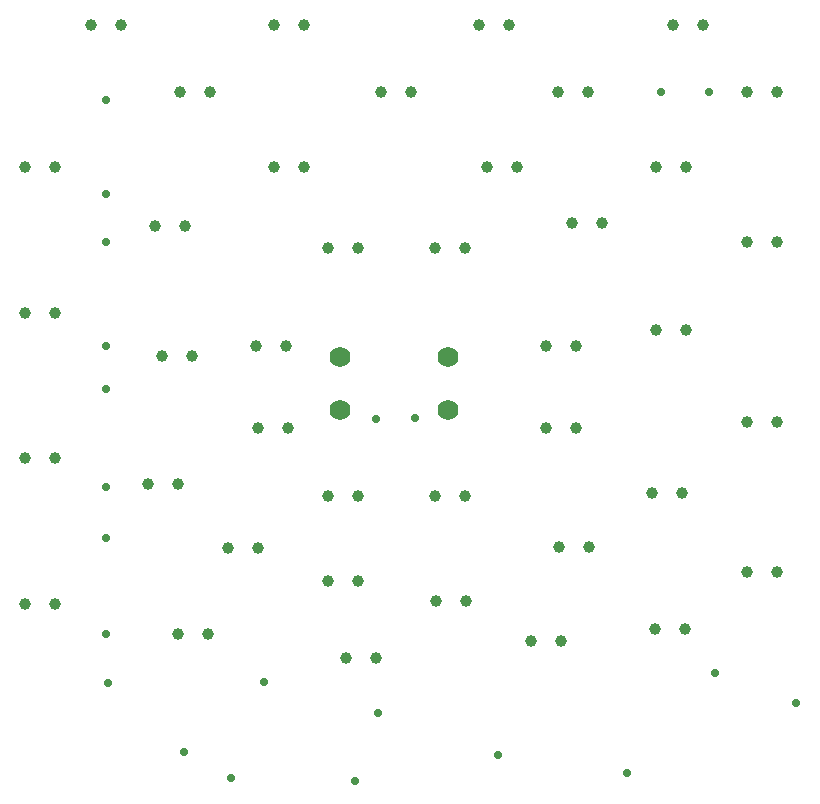
<source format=gbr>
%TF.GenerationSoftware,Altium Limited,Altium Designer,19.0.10 (269)*%
G04 Layer_Color=0*
%FSLAX26Y26*%
%MOIN*%
%TF.FileFunction,Plated,1,2,PTH,Drill*%
%TF.Part,Single*%
G01*
G75*
%TA.AperFunction,ComponentDrill*%
%ADD42C,0.038583*%
%ADD43C,0.069291*%
%TA.AperFunction,ViaDrill,NotFilled*%
%ADD44C,0.028000*%
D42*
X1157598Y1830000D02*
D03*
X1257598D02*
D03*
X2310000Y2575000D02*
D03*
X2410000D02*
D03*
X1663333D02*
D03*
X1763333D02*
D03*
X980000D02*
D03*
X1080000D02*
D03*
X1885000Y1505000D02*
D03*
X1985000D02*
D03*
X1885000Y1230000D02*
D03*
X1985000D02*
D03*
X1157598Y720000D02*
D03*
X1257598D02*
D03*
X1220000Y465000D02*
D03*
X1320000D02*
D03*
X925000Y1230000D02*
D03*
X1025000D02*
D03*
X920000Y1505000D02*
D03*
X1020000D02*
D03*
X765000Y2350000D02*
D03*
X665000D02*
D03*
X470000Y2575000D02*
D03*
X370000D02*
D03*
X2025000Y2350000D02*
D03*
X1925000D02*
D03*
X2655000D02*
D03*
X2555000D02*
D03*
X1435000D02*
D03*
X1335000D02*
D03*
X2071667Y1915000D02*
D03*
X1971667D02*
D03*
X1615000Y1830000D02*
D03*
X1515000D02*
D03*
X680833Y1905000D02*
D03*
X580833D02*
D03*
X2353333Y2100000D02*
D03*
X2253333D02*
D03*
X1790000D02*
D03*
X1690000D02*
D03*
X1080000D02*
D03*
X980000D02*
D03*
X250000D02*
D03*
X150000D02*
D03*
X2353333Y1557500D02*
D03*
X2253333D02*
D03*
X705000Y1470000D02*
D03*
X605000D02*
D03*
X2655000Y1850000D02*
D03*
X2555000D02*
D03*
X250000Y1615000D02*
D03*
X150000D02*
D03*
X2340000Y1015000D02*
D03*
X2240000D02*
D03*
X2030000Y835000D02*
D03*
X1930000D02*
D03*
X925000Y830000D02*
D03*
X825000D02*
D03*
X660000Y1045000D02*
D03*
X560000D02*
D03*
X2655000Y1250000D02*
D03*
X2555000D02*
D03*
X1615000Y1005000D02*
D03*
X1515000D02*
D03*
X1257598D02*
D03*
X1157598D02*
D03*
X250000Y1130000D02*
D03*
X150000D02*
D03*
X2350000Y560000D02*
D03*
X2250000D02*
D03*
X1935000Y520000D02*
D03*
X1835000D02*
D03*
X760000Y545000D02*
D03*
X660000D02*
D03*
X2655000Y750000D02*
D03*
X2555000D02*
D03*
X1620000Y655000D02*
D03*
X1520000D02*
D03*
X250000Y645000D02*
D03*
X150000D02*
D03*
D43*
X1198425Y1290354D02*
D03*
X1557480D02*
D03*
X1198425Y1465551D02*
D03*
X1557480D02*
D03*
D44*
X1724409Y141732D02*
D03*
X2450000Y415000D02*
D03*
X2720000Y315000D02*
D03*
X1320000Y1260000D02*
D03*
X1450000Y1265000D02*
D03*
X1325000Y280000D02*
D03*
X945000Y385000D02*
D03*
X1250000Y55000D02*
D03*
X835000Y65000D02*
D03*
X680000Y150000D02*
D03*
X420000Y2325000D02*
D03*
X2155000Y80000D02*
D03*
X420000Y2010000D02*
D03*
Y1850000D02*
D03*
Y1505000D02*
D03*
Y1360000D02*
D03*
Y1035000D02*
D03*
Y865000D02*
D03*
Y545000D02*
D03*
X425000Y380000D02*
D03*
X2430000Y2350000D02*
D03*
X2270000D02*
D03*
%TF.MD5,dc4f6836f399c89bf82763dcdae3bb0b*%
M02*

</source>
